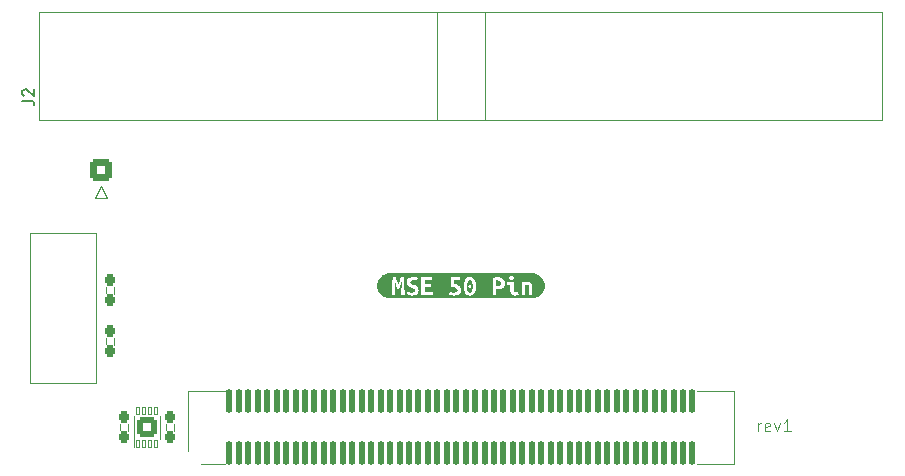
<source format=gto>
G04 #@! TF.GenerationSoftware,KiCad,Pcbnew,8.0.6*
G04 #@! TF.CreationDate,2024-11-07T02:27:30-08:00*
G04 #@! TF.ProjectId,mse-50-idc,6d73652d-3530-42d6-9964-632e6b696361,1*
G04 #@! TF.SameCoordinates,Original*
G04 #@! TF.FileFunction,Legend,Top*
G04 #@! TF.FilePolarity,Positive*
%FSLAX46Y46*%
G04 Gerber Fmt 4.6, Leading zero omitted, Abs format (unit mm)*
G04 Created by KiCad (PCBNEW 8.0.6) date 2024-11-07 02:27:30*
%MOMM*%
%LPD*%
G01*
G04 APERTURE LIST*
G04 Aperture macros list*
%AMRoundRect*
0 Rectangle with rounded corners*
0 $1 Rounding radius*
0 $2 $3 $4 $5 $6 $7 $8 $9 X,Y pos of 4 corners*
0 Add a 4 corners polygon primitive as box body*
4,1,4,$2,$3,$4,$5,$6,$7,$8,$9,$2,$3,0*
0 Add four circle primitives for the rounded corners*
1,1,$1+$1,$2,$3*
1,1,$1+$1,$4,$5*
1,1,$1+$1,$6,$7*
1,1,$1+$1,$8,$9*
0 Add four rect primitives between the rounded corners*
20,1,$1+$1,$2,$3,$4,$5,0*
20,1,$1+$1,$4,$5,$6,$7,0*
20,1,$1+$1,$6,$7,$8,$9,0*
20,1,$1+$1,$8,$9,$2,$3,0*%
G04 Aperture macros list end*
%ADD10C,0.100000*%
%ADD11C,0.150000*%
%ADD12C,0.120000*%
%ADD13C,0.000000*%
%ADD14C,0.800000*%
%ADD15C,1.200000*%
%ADD16RoundRect,0.125000X0.125000X0.925000X-0.125000X0.925000X-0.125000X-0.925000X0.125000X-0.925000X0*%
%ADD17RoundRect,0.225000X0.225000X-0.275000X0.225000X0.275000X-0.225000X0.275000X-0.225000X-0.275000X0*%
%ADD18RoundRect,0.225000X-0.225000X0.275000X-0.225000X-0.275000X0.225000X-0.275000X0.225000X0.275000X0*%
%ADD19RoundRect,0.264706X0.635294X-0.635294X0.635294X0.635294X-0.635294X0.635294X-0.635294X-0.635294X0*%
%ADD20C,1.800000*%
%ADD21C,6.500000*%
%ADD22RoundRect,0.062500X0.137500X-0.287500X0.137500X0.287500X-0.137500X0.287500X-0.137500X-0.287500X0*%
%ADD23RoundRect,0.265625X0.584375X-0.584375X0.584375X0.584375X-0.584375X0.584375X-0.584375X-0.584375X0*%
%ADD24C,2.300000*%
%ADD25C,2.700000*%
%ADD26C,1.950000*%
G04 APERTURE END LIST*
D10*
X-12357143Y3677581D02*
X-12357143Y4344248D01*
X-12357143Y4153772D02*
X-12309524Y4249010D01*
X-12309524Y4249010D02*
X-12261905Y4296629D01*
X-12261905Y4296629D02*
X-12166667Y4344248D01*
X-12166667Y4344248D02*
X-12071429Y4344248D01*
X-11357143Y3725200D02*
X-11452381Y3677581D01*
X-11452381Y3677581D02*
X-11642857Y3677581D01*
X-11642857Y3677581D02*
X-11738095Y3725200D01*
X-11738095Y3725200D02*
X-11785714Y3820439D01*
X-11785714Y3820439D02*
X-11785714Y4201391D01*
X-11785714Y4201391D02*
X-11738095Y4296629D01*
X-11738095Y4296629D02*
X-11642857Y4344248D01*
X-11642857Y4344248D02*
X-11452381Y4344248D01*
X-11452381Y4344248D02*
X-11357143Y4296629D01*
X-11357143Y4296629D02*
X-11309524Y4201391D01*
X-11309524Y4201391D02*
X-11309524Y4106153D01*
X-11309524Y4106153D02*
X-11785714Y4010915D01*
X-10976190Y4344248D02*
X-10738095Y3677581D01*
X-10738095Y3677581D02*
X-10500000Y4344248D01*
X-9595238Y3677581D02*
X-10166666Y3677581D01*
X-9880952Y3677581D02*
X-9880952Y4677581D01*
X-9880952Y4677581D02*
X-9976190Y4534724D01*
X-9976190Y4534724D02*
X-10071428Y4439486D01*
X-10071428Y4439486D02*
X-10166666Y4391867D01*
D11*
X-74625181Y31641667D02*
X-73910896Y31641667D01*
X-73910896Y31641667D02*
X-73768039Y31594048D01*
X-73768039Y31594048D02*
X-73672800Y31498810D01*
X-73672800Y31498810D02*
X-73625181Y31355953D01*
X-73625181Y31355953D02*
X-73625181Y31260715D01*
X-74529943Y32070239D02*
X-74577562Y32117858D01*
X-74577562Y32117858D02*
X-74625181Y32213096D01*
X-74625181Y32213096D02*
X-74625181Y32451191D01*
X-74625181Y32451191D02*
X-74577562Y32546429D01*
X-74577562Y32546429D02*
X-74529943Y32594048D01*
X-74529943Y32594048D02*
X-74434705Y32641667D01*
X-74434705Y32641667D02*
X-74339467Y32641667D01*
X-74339467Y32641667D02*
X-74196610Y32594048D01*
X-74196610Y32594048D02*
X-73625181Y32022620D01*
X-73625181Y32022620D02*
X-73625181Y32641667D01*
D12*
G04 #@! TO.C,J1*
X-60600001Y7100000D02*
X-60600000Y2000000D01*
X-60600001Y7100000D02*
X-57500001Y7100000D01*
X-59500000Y900000D02*
X-57500001Y900000D01*
X-17499999Y7100000D02*
X-14399999Y7100000D01*
X-17499999Y900000D02*
X-14399999Y900000D01*
X-14399999Y7100000D02*
X-14399999Y900000D01*
D10*
G04 #@! TO.C,R3*
X-67549999Y11600000D02*
X-67549999Y11000000D01*
X-66850001Y11000000D02*
X-66850001Y11600000D01*
G04 #@! TO.C,R2*
X-67549999Y15900000D02*
X-67549999Y15300000D01*
X-66850001Y15300000D02*
X-66850001Y15900000D01*
G04 #@! TO.C,C1*
X-66399999Y3700000D02*
X-66399999Y4300000D01*
X-65700001Y4300000D02*
X-65700001Y3700000D01*
D12*
G04 #@! TO.C,J2*
X-73190000Y39150000D02*
X-1810000Y39150000D01*
X-73190000Y30030000D02*
X-73190000Y39150000D01*
X-68479999Y23410000D02*
X-67480001Y23410000D01*
X-67980000Y24410000D02*
X-68479999Y23410000D01*
X-67480001Y23410000D02*
X-67980000Y24410000D01*
X-39550000Y30030000D02*
X-39550000Y39150000D01*
X-35449999Y30030000D02*
X-35450000Y39150000D01*
X-1810000Y39150000D02*
X-1810000Y30030000D01*
X-1810000Y30030000D02*
X-73190000Y30030000D01*
D13*
G04 #@! TO.C,kibuzzard-672C68B6*
G36*
X-34248586Y16431038D02*
G01*
X-34165287Y16390145D01*
X-34111672Y16316539D01*
X-34093800Y16204766D01*
X-34111975Y16086935D01*
X-34166498Y16009693D01*
X-34256765Y15966983D01*
X-34382169Y15952746D01*
X-34503332Y15952746D01*
X-34503332Y16437399D01*
X-34429422Y16443457D01*
X-34355513Y16444669D01*
X-34248586Y16431038D01*
G37*
G36*
X-36640953Y16432855D02*
G01*
X-36561894Y16331987D01*
X-36526218Y16228729D01*
X-36504813Y16098277D01*
X-36497678Y15940630D01*
X-36504813Y15781637D01*
X-36526218Y15650377D01*
X-36561894Y15546850D01*
X-36640953Y15445981D01*
X-36747274Y15413108D01*
X-36749697Y15412359D01*
X-36856926Y15445981D01*
X-36936288Y15546850D01*
X-36972637Y15650377D01*
X-36994447Y15781637D01*
X-37001716Y15940630D01*
X-37000599Y15964863D01*
X-36882977Y15964863D01*
X-36846628Y15852181D01*
X-36747274Y15804927D01*
X-36651555Y15852181D01*
X-36613994Y15964863D01*
X-36651555Y16078756D01*
X-36747274Y16127221D01*
X-36846628Y16078756D01*
X-36882977Y15964863D01*
X-37000599Y15964863D01*
X-36994447Y16098277D01*
X-36972637Y16228729D01*
X-36936288Y16331987D01*
X-36856926Y16432855D01*
X-36749697Y16466478D01*
X-36640953Y16432855D01*
G37*
G36*
X-31337556Y17041407D02*
G01*
X-31235974Y17026339D01*
X-31136358Y17001386D01*
X-31039668Y16966790D01*
X-30946834Y16922883D01*
X-30858751Y16870088D01*
X-30776267Y16808914D01*
X-30700176Y16739949D01*
X-30631212Y16663858D01*
X-30570037Y16581374D01*
X-30517242Y16493291D01*
X-30473335Y16400458D01*
X-30438739Y16303767D01*
X-30413786Y16204151D01*
X-30398718Y16102570D01*
X-30393679Y16000000D01*
X-30398718Y15897430D01*
X-30413786Y15795849D01*
X-30438739Y15696233D01*
X-30473335Y15599542D01*
X-30517242Y15506709D01*
X-30570037Y15418626D01*
X-30631212Y15336142D01*
X-30700176Y15260051D01*
X-30776267Y15191086D01*
X-30858751Y15129912D01*
X-30946834Y15077117D01*
X-31039668Y15033210D01*
X-31136358Y14998614D01*
X-31235974Y14973661D01*
X-31337556Y14958593D01*
X-31440125Y14953554D01*
X-31440327Y14953554D01*
X-32911248Y14953554D01*
X-34503332Y14953554D01*
X-36749697Y14953554D01*
X-38077645Y14953554D01*
X-40837742Y14953554D01*
X-41639842Y14953554D01*
X-42257775Y14953554D01*
X-43357936Y14953554D01*
X-43559875Y14953554D01*
X-43662444Y14958593D01*
X-43764026Y14973661D01*
X-43863642Y14998614D01*
X-43960332Y15033210D01*
X-44053166Y15077117D01*
X-44141249Y15129912D01*
X-44218217Y15186995D01*
X-43357936Y15186995D01*
X-43084107Y15186995D01*
X-43096224Y16352585D01*
X-42919326Y15717690D01*
X-42701232Y15717690D01*
X-42517064Y16352585D01*
X-42531603Y15186995D01*
X-42257775Y15186995D01*
X-42260118Y15269386D01*
X-42105109Y15269386D01*
X-41937904Y15195477D01*
X-41807653Y15165489D01*
X-41639842Y15155493D01*
X-41469810Y15168282D01*
X-41402247Y15186995D01*
X-40837742Y15186995D01*
X-39875707Y15186995D01*
X-39875707Y15233037D01*
X-38482330Y15233037D01*
X-38413267Y15206381D01*
X-38312702Y15180937D01*
X-38196385Y15162763D01*
X-38077645Y15155493D01*
X-37938914Y15164580D01*
X-37818356Y15191842D01*
X-37715973Y15235460D01*
X-37631765Y15293619D01*
X-37520295Y15447496D01*
X-37483946Y15640145D01*
X-37500370Y15780695D01*
X-37549643Y15898627D01*
X-37585832Y15940630D01*
X-37270699Y15940630D01*
X-37262369Y15754645D01*
X-37237379Y15594103D01*
X-37195729Y15459006D01*
X-37137419Y15349354D01*
X-37035104Y15241653D01*
X-36905863Y15177033D01*
X-36749697Y15155493D01*
X-36593531Y15177033D01*
X-36464291Y15241653D01*
X-36361975Y15349354D01*
X-36303665Y15459006D01*
X-36262015Y15594103D01*
X-36237025Y15754645D01*
X-36228695Y15940630D01*
X-36237025Y16125480D01*
X-36262015Y16285036D01*
X-36303665Y16419300D01*
X-36361975Y16528271D01*
X-36464291Y16635299D01*
X-36529318Y16667609D01*
X-34801393Y16667609D01*
X-34801393Y15186995D01*
X-34503332Y15186995D01*
X-34503332Y15693457D01*
X-34396708Y15693457D01*
X-34217522Y15706785D01*
X-34067683Y15746769D01*
X-33947193Y15813409D01*
X-33859013Y15909935D01*
X-33806105Y16039580D01*
X-33788469Y16202342D01*
X-33801892Y16325929D01*
X-33633380Y16325929D01*
X-33633380Y16078756D01*
X-33318356Y16078756D01*
X-33318356Y15659532D01*
X-33313510Y15547456D01*
X-33298970Y15448708D01*
X-33232330Y15292407D01*
X-33106321Y15194265D01*
X-33018174Y15168821D01*
X-32911248Y15160339D01*
X-32762217Y15176090D01*
X-32588954Y15235460D01*
X-32627726Y15475363D01*
X-32758582Y15430533D01*
X-32857936Y15419628D01*
X-32982734Y15469305D01*
X-33020295Y15620759D01*
X-33020295Y16289580D01*
X-32356321Y16289580D01*
X-32356321Y15186995D01*
X-32058259Y15186995D01*
X-32058259Y16081179D01*
X-31989196Y16088449D01*
X-31922557Y16090872D01*
X-31774737Y16020598D01*
X-31747476Y15927908D01*
X-31738389Y15790388D01*
X-31738389Y15186995D01*
X-31440327Y15186995D01*
X-31440327Y15829160D01*
X-31445779Y15940327D01*
X-31462137Y16041195D01*
X-31536046Y16205977D01*
X-31677807Y16312601D01*
X-31778978Y16340771D01*
X-31903170Y16350162D01*
X-32036147Y16345315D01*
X-32158825Y16330775D01*
X-32266963Y16310784D01*
X-32356321Y16289580D01*
X-33020295Y16289580D01*
X-33020295Y16325929D01*
X-33221426Y16325929D01*
X-33633380Y16325929D01*
X-33801892Y16325929D01*
X-33805971Y16363489D01*
X-33858475Y16491519D01*
X-33945981Y16586430D01*
X-34065260Y16651723D01*
X-34070339Y16653069D01*
X-33408017Y16653069D01*
X-33353494Y16514943D01*
X-33221426Y16464055D01*
X-33088146Y16514943D01*
X-33032411Y16653069D01*
X-33088146Y16793619D01*
X-33221426Y16844507D01*
X-33353494Y16793619D01*
X-33408017Y16653069D01*
X-34070339Y16653069D01*
X-34213079Y16690899D01*
X-34389439Y16703958D01*
X-34483946Y16701535D01*
X-34592993Y16695477D01*
X-34703251Y16684572D01*
X-34801393Y16667609D01*
X-36529318Y16667609D01*
X-36593531Y16699515D01*
X-36749697Y16720921D01*
X-36903440Y16699381D01*
X-37031873Y16634760D01*
X-37134996Y16527060D01*
X-37194366Y16417710D01*
X-37236773Y16283522D01*
X-37262217Y16124495D01*
X-37270699Y15940630D01*
X-37585832Y15940630D01*
X-37631765Y15993942D01*
X-37747274Y16066101D01*
X-37896708Y16114567D01*
X-38080069Y16139338D01*
X-38067952Y16277464D01*
X-38055836Y16439822D01*
X-37539681Y16439822D01*
X-37539681Y16686995D01*
X-38305432Y16686995D01*
X-38314519Y16501918D01*
X-38327242Y16310178D01*
X-38344204Y16112985D01*
X-38366014Y15911551D01*
X-38199414Y15906401D01*
X-38067952Y15890953D01*
X-37892266Y15832795D01*
X-37809875Y15743134D01*
X-37789277Y15628029D01*
X-37801393Y15548061D01*
X-37846224Y15478998D01*
X-37935884Y15429321D01*
X-38080069Y15409935D01*
X-38193356Y15415388D01*
X-38286046Y15431745D01*
X-38421749Y15480210D01*
X-38482330Y15233037D01*
X-39875707Y15233037D01*
X-39875707Y15434168D01*
X-40539681Y15434168D01*
X-40539681Y15855816D01*
X-40008986Y15855816D01*
X-40008986Y16102989D01*
X-40539681Y16102989D01*
X-40539681Y16439822D01*
X-39929019Y16439822D01*
X-39929019Y16686995D01*
X-40837742Y16686995D01*
X-40837742Y15186995D01*
X-41402247Y15186995D01*
X-41331280Y15206651D01*
X-41224253Y15270598D01*
X-41121567Y15409632D01*
X-41087338Y15596527D01*
X-41097637Y15709511D01*
X-41128534Y15801292D01*
X-41233946Y15936995D01*
X-41374495Y16024233D01*
X-41521103Y16083603D01*
X-41614398Y16119952D01*
X-41699212Y16164782D01*
X-41761006Y16222940D01*
X-41785238Y16299273D01*
X-41758852Y16394857D01*
X-41679692Y16452208D01*
X-41547758Y16471325D01*
X-41376918Y16447092D01*
X-41242427Y16388934D01*
X-41155190Y16619144D01*
X-41328453Y16689418D01*
X-41440226Y16713045D01*
X-41569568Y16720921D01*
X-41718060Y16707728D01*
X-41843666Y16668148D01*
X-41946385Y16602181D01*
X-42049071Y16460420D01*
X-42083300Y16272617D01*
X-42044527Y16094507D01*
X-41946385Y15974556D01*
X-41814317Y15894588D01*
X-41673768Y15838853D01*
X-41571991Y15796446D01*
X-41479907Y15745557D01*
X-41412056Y15681341D01*
X-41385400Y15598950D01*
X-41396305Y15527464D01*
X-41436288Y15464459D01*
X-41515044Y15420840D01*
X-41639842Y15405089D01*
X-41760703Y15413570D01*
X-41861571Y15439015D01*
X-42017872Y15511712D01*
X-42105109Y15269386D01*
X-42260118Y15269386D01*
X-42263227Y15378736D01*
X-42269891Y15566236D01*
X-42278069Y15751010D01*
X-42288065Y15934572D01*
X-42300182Y16118437D01*
X-42314721Y16304120D01*
X-42330775Y16493134D01*
X-42347435Y16686995D01*
X-42594608Y16686995D01*
X-42638227Y16558562D01*
X-42691539Y16392569D01*
X-42752120Y16208401D01*
X-42812702Y16023021D01*
X-42868437Y16197496D01*
X-42926595Y16384087D01*
X-42981119Y16556139D01*
X-43023526Y16686995D01*
X-43270699Y16686995D01*
X-43286753Y16522819D01*
X-43300989Y16345315D01*
X-43313409Y16158118D01*
X-43324011Y15964863D01*
X-43333401Y15767973D01*
X-43342185Y15569871D01*
X-43350363Y15374798D01*
X-43357936Y15186995D01*
X-44218217Y15186995D01*
X-44223733Y15191086D01*
X-44299824Y15260051D01*
X-44368788Y15336142D01*
X-44429963Y15418626D01*
X-44482758Y15506709D01*
X-44526665Y15599542D01*
X-44561261Y15696233D01*
X-44586214Y15795849D01*
X-44601282Y15897430D01*
X-44606321Y16000000D01*
X-44601282Y16102570D01*
X-44586214Y16204151D01*
X-44561261Y16303767D01*
X-44526665Y16400458D01*
X-44482758Y16493291D01*
X-44429963Y16581374D01*
X-44368788Y16663858D01*
X-44299824Y16739949D01*
X-44223733Y16808914D01*
X-44141249Y16870088D01*
X-44053166Y16922883D01*
X-43960332Y16966790D01*
X-43863642Y17001386D01*
X-43764026Y17026339D01*
X-43662444Y17041407D01*
X-43559875Y17046446D01*
X-43357936Y17046446D01*
X-31440327Y17046446D01*
X-31440125Y17046446D01*
X-31337556Y17041407D01*
G37*
D10*
G04 #@! TO.C,R1*
X-62499999Y4300000D02*
X-62499999Y3700000D01*
X-61800001Y3700000D02*
X-61800001Y4300000D01*
G04 #@! TO.C,U1*
X-65200000Y2300000D02*
X-65200000Y4950000D01*
X-63000000Y4950000D02*
X-63000000Y3050000D01*
G04 #@! TO.C,J3*
X-73970000Y20440000D02*
X-68370000Y20440000D01*
X-68370000Y7770000D01*
X-73970000Y7770000D01*
X-73970000Y20440000D01*
G04 #@! TD*
%LPC*%
D14*
G04 #@! TO.C,J1*
X-15400000Y4000000D03*
D15*
X-59600000Y4000000D03*
D16*
X-57100000Y1800000D03*
X-57100000Y6200000D03*
X-56300000Y1800001D03*
X-56300000Y6199999D03*
X-55500000Y1800000D03*
X-55500000Y6200000D03*
X-54700001Y1800000D03*
X-54700001Y6200000D03*
X-53900000Y1800000D03*
X-53900000Y6200000D03*
X-53100000Y1800000D03*
X-53100000Y6200000D03*
X-52299999Y1800000D03*
X-52299999Y6200000D03*
X-51500000Y1800000D03*
X-51500000Y6200000D03*
X-50700000Y1800001D03*
X-50700000Y6199999D03*
X-49900000Y1800000D03*
X-49900000Y6200000D03*
X-49100000Y1800000D03*
X-49100000Y6200000D03*
X-48300000Y1800000D03*
X-48300000Y6200000D03*
X-47500000Y1800000D03*
X-47500000Y6200000D03*
X-46699999Y1800000D03*
X-46699999Y6200000D03*
X-45900000Y1800000D03*
X-45900000Y6200000D03*
X-45100000Y1800001D03*
X-45100000Y6199999D03*
X-44300000Y1800000D03*
X-44300000Y6200000D03*
X-43500000Y1800000D03*
X-43500000Y6200000D03*
X-42700000Y1800000D03*
X-42700000Y6200000D03*
X-41900000Y1800000D03*
X-41900000Y6200000D03*
X-41099999Y1800000D03*
X-41099999Y6200000D03*
X-40300000Y1800000D03*
X-40300000Y6200000D03*
X-39500000Y1800001D03*
X-39500000Y6199999D03*
X-38700000Y1800000D03*
X-38700000Y6200000D03*
X-37900000Y1800000D03*
X-37900000Y6200000D03*
X-37100000Y1800000D03*
X-37100000Y6200000D03*
X-36300000Y1800000D03*
X-36300000Y6200000D03*
X-35500000Y1800001D03*
X-35500000Y6199999D03*
X-34700000Y1800000D03*
X-34700000Y6200000D03*
X-33900001Y1800000D03*
X-33900001Y6200000D03*
X-33100000Y1800000D03*
X-33100000Y6200000D03*
X-32300000Y1800000D03*
X-32300000Y6200000D03*
X-31500000Y1800000D03*
X-31500000Y6200000D03*
X-30700000Y1800000D03*
X-30700000Y6200000D03*
X-29900000Y1800001D03*
X-29900000Y6199999D03*
X-29100000Y1800000D03*
X-29100000Y6200000D03*
X-28300001Y1800000D03*
X-28300001Y6200000D03*
X-27500000Y1800000D03*
X-27500000Y6200000D03*
X-26700000Y1800000D03*
X-26700000Y6200000D03*
X-25900000Y1800000D03*
X-25900000Y6200000D03*
X-25100000Y1800000D03*
X-25100000Y6200000D03*
X-24300000Y1800001D03*
X-24300000Y6199999D03*
X-23500000Y1800000D03*
X-23500000Y6200000D03*
X-22700001Y1800000D03*
X-22700001Y6200000D03*
X-21900000Y1800000D03*
X-21900000Y6200000D03*
X-21100000Y1800000D03*
X-21100000Y6200000D03*
X-20299999Y1800000D03*
X-20299999Y6200000D03*
X-19500000Y1800000D03*
X-19500000Y6200000D03*
X-18700000Y1800001D03*
X-18700000Y6199999D03*
X-17900000Y1800000D03*
X-17900000Y6200000D03*
G04 #@! TD*
D17*
G04 #@! TO.C,R3*
X-67200000Y10450000D03*
X-67200000Y12150000D03*
G04 #@! TD*
D18*
G04 #@! TO.C,R2*
X-67200000Y16450000D03*
X-67200000Y14750000D03*
G04 #@! TD*
D17*
G04 #@! TO.C,C1*
X-66050000Y3150000D03*
X-66050000Y4850000D03*
G04 #@! TD*
D19*
G04 #@! TO.C,J2*
X-67980000Y25760000D03*
D20*
X-67980000Y28300000D03*
X-65440000Y25760000D03*
X-65440000Y28300000D03*
X-62900001Y25760000D03*
X-62900000Y28300000D03*
X-60360000Y25760000D03*
X-60360000Y28300000D03*
X-57820000Y25760000D03*
X-57820000Y28300000D03*
X-55280000Y25760000D03*
X-55280000Y28300000D03*
X-52740000Y25760000D03*
X-52740000Y28300000D03*
X-50199999Y25760000D03*
X-50200000Y28300000D03*
X-47660000Y25760000D03*
X-47660000Y28300000D03*
X-45120000Y25760000D03*
X-45120000Y28300000D03*
X-42580000Y25760000D03*
X-42580000Y28300000D03*
X-40040001Y25760000D03*
X-40040000Y28300000D03*
X-37500000Y25760000D03*
X-37500000Y28300000D03*
X-34960000Y25760000D03*
X-34960000Y28300000D03*
X-32420000Y25760000D03*
X-32420000Y28300000D03*
X-29880001Y25760000D03*
X-29880000Y28300000D03*
X-27339999Y25760000D03*
X-27340000Y28300000D03*
X-24800000Y25760000D03*
X-24800000Y28300000D03*
X-22260000Y25760000D03*
X-22260000Y28300000D03*
X-19720000Y25760000D03*
X-19720000Y28300000D03*
X-17180001Y25760000D03*
X-17180000Y28300000D03*
X-14640000Y25760000D03*
X-14640000Y28300000D03*
X-12100000Y25760000D03*
X-12100000Y28300000D03*
X-9560000Y25760000D03*
X-9560000Y28300000D03*
X-7020001Y25760000D03*
X-7020000Y28300000D03*
G04 #@! TD*
D21*
G04 #@! TO.C,H4*
X-4000000Y4000000D03*
G04 #@! TD*
D17*
G04 #@! TO.C,R1*
X-62150000Y3150000D03*
X-62150000Y4850000D03*
G04 #@! TD*
D22*
G04 #@! TO.C,U1*
X-64850001Y2600000D03*
X-64350000Y2600000D03*
X-63850000Y2600000D03*
X-63349999Y2600000D03*
X-63349999Y5400000D03*
X-63850000Y5400000D03*
X-64350000Y5400000D03*
X-64850001Y5400000D03*
D23*
X-64100000Y4000000D03*
G04 #@! TD*
D24*
G04 #@! TO.C,J3*
X-72440000Y10870000D03*
D25*
X-69900000Y17340000D03*
D26*
X-72440000Y16010000D03*
X-69900000Y14740000D03*
X-72440000Y13470000D03*
X-69900000Y12200000D03*
G04 #@! TD*
D21*
G04 #@! TO.C,H3*
X-71000000Y4000000D03*
G04 #@! TD*
G36*
X-56961Y21630315D02*
G01*
X-11206Y21577511D01*
X0Y21526000D01*
X0Y12574000D01*
X-19685Y12506961D01*
X-72489Y12461206D01*
X-124000Y12450000D01*
X-2376000Y12450000D01*
X-2443039Y12469685D01*
X-2488794Y12522489D01*
X-2500000Y12574000D01*
X-2500000Y21526000D01*
X-2480315Y21593039D01*
X-2427511Y21638794D01*
X-2376000Y21650000D01*
X-124000Y21650000D01*
X-56961Y21630315D01*
G37*
%LPD*%
M02*

</source>
